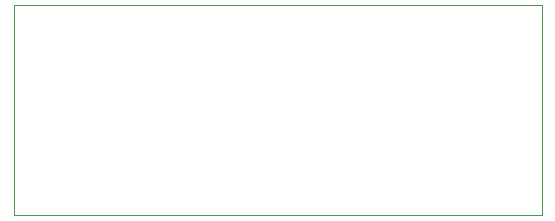
<source format=gm1>
G04 #@! TF.GenerationSoftware,KiCad,Pcbnew,8.0.3*
G04 #@! TF.CreationDate,2024-06-25T16:21:06+09:00*
G04 #@! TF.ProjectId,adb-usb-converter,6164622d-7573-4622-9d63-6f6e76657274,rev?*
G04 #@! TF.SameCoordinates,Original*
G04 #@! TF.FileFunction,Profile,NP*
%FSLAX46Y46*%
G04 Gerber Fmt 4.6, Leading zero omitted, Abs format (unit mm)*
G04 Created by KiCad (PCBNEW 8.0.3) date 2024-06-25 16:21:06*
%MOMM*%
%LPD*%
G01*
G04 APERTURE LIST*
G04 #@! TA.AperFunction,Profile*
%ADD10C,0.050000*%
G04 #@! TD*
G04 APERTURE END LIST*
D10*
X105664000Y-8890000D02*
X105664000Y8890000D01*
X105664000Y8890000D02*
X150368000Y8890000D01*
X150368000Y-8890000D02*
X105664000Y-8890000D01*
X150368000Y8890000D02*
X150368000Y-8890000D01*
M02*

</source>
